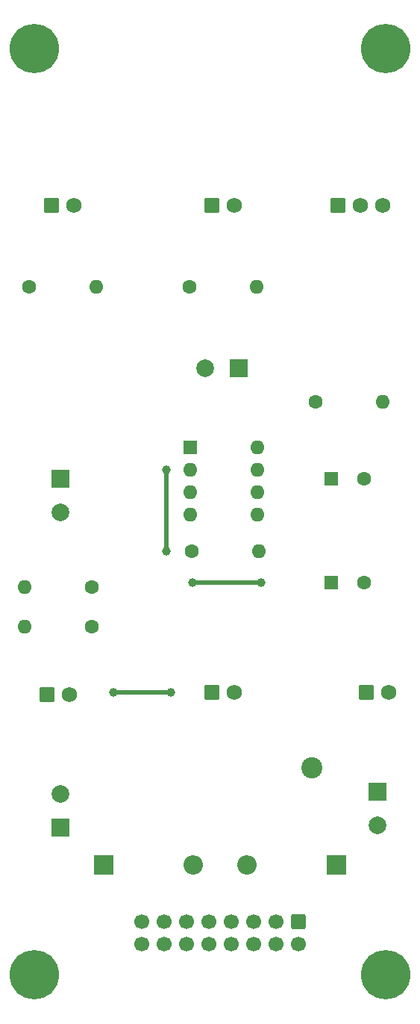
<source format=gbr>
%TF.GenerationSoftware,KiCad,Pcbnew,(6.0.7)*%
%TF.CreationDate,2023-01-30T14:02:46-05:00*%
%TF.ProjectId,METRONOME,4d455452-4f4e-44f4-9d45-2e6b69636164,rev?*%
%TF.SameCoordinates,Original*%
%TF.FileFunction,Copper,L1,Top*%
%TF.FilePolarity,Positive*%
%FSLAX46Y46*%
G04 Gerber Fmt 4.6, Leading zero omitted, Abs format (unit mm)*
G04 Created by KiCad (PCBNEW (6.0.7)) date 2023-01-30 14:02:46*
%MOMM*%
%LPD*%
G01*
G04 APERTURE LIST*
G04 Aperture macros list*
%AMRoundRect*
0 Rectangle with rounded corners*
0 $1 Rounding radius*
0 $2 $3 $4 $5 $6 $7 $8 $9 X,Y pos of 4 corners*
0 Add a 4 corners polygon primitive as box body*
4,1,4,$2,$3,$4,$5,$6,$7,$8,$9,$2,$3,0*
0 Add four circle primitives for the rounded corners*
1,1,$1+$1,$2,$3*
1,1,$1+$1,$4,$5*
1,1,$1+$1,$6,$7*
1,1,$1+$1,$8,$9*
0 Add four rect primitives between the rounded corners*
20,1,$1+$1,$2,$3,$4,$5,0*
20,1,$1+$1,$4,$5,$6,$7,0*
20,1,$1+$1,$6,$7,$8,$9,0*
20,1,$1+$1,$8,$9,$2,$3,0*%
G04 Aperture macros list end*
%TA.AperFunction,ComponentPad*%
%ADD10C,5.600000*%
%TD*%
%TA.AperFunction,ComponentPad*%
%ADD11C,2.400000*%
%TD*%
%TA.AperFunction,ComponentPad*%
%ADD12RoundRect,0.250000X-0.620000X-0.620000X0.620000X-0.620000X0.620000X0.620000X-0.620000X0.620000X0*%
%TD*%
%TA.AperFunction,ComponentPad*%
%ADD13C,1.740000*%
%TD*%
%TA.AperFunction,ComponentPad*%
%ADD14R,1.600000X1.600000*%
%TD*%
%TA.AperFunction,ComponentPad*%
%ADD15C,1.600000*%
%TD*%
%TA.AperFunction,ComponentPad*%
%ADD16O,1.600000X1.600000*%
%TD*%
%TA.AperFunction,ComponentPad*%
%ADD17R,2.000000X2.000000*%
%TD*%
%TA.AperFunction,ComponentPad*%
%ADD18C,2.000000*%
%TD*%
%TA.AperFunction,ComponentPad*%
%ADD19R,2.200000X2.200000*%
%TD*%
%TA.AperFunction,ComponentPad*%
%ADD20O,2.200000X2.200000*%
%TD*%
%TA.AperFunction,ComponentPad*%
%ADD21RoundRect,0.250000X-0.600000X0.600000X-0.600000X-0.600000X0.600000X-0.600000X0.600000X0.600000X0*%
%TD*%
%TA.AperFunction,ComponentPad*%
%ADD22C,1.700000*%
%TD*%
%TA.AperFunction,ViaPad*%
%ADD23C,1.000000*%
%TD*%
%TA.AperFunction,Conductor*%
%ADD24C,0.500000*%
%TD*%
G04 APERTURE END LIST*
D10*
%TO.P,H2,1*%
%TO.N,N/C*%
X144920000Y-43500000D03*
%TD*%
D11*
%TO.P,-12V,1,1*%
%TO.N,Net-(C10-Pad2)*%
X136500000Y-125000000D03*
%TD*%
D12*
%TO.P,J2,1,Pin_1*%
%TO.N,VCC*%
X125230000Y-61250000D03*
D13*
%TO.P,J2,2,Pin_2*%
%TO.N,Net-(J2-Pad2)*%
X127770000Y-61250000D03*
%TD*%
D14*
%TO.P,C2,1*%
%TO.N,Earth*%
X138697349Y-104000000D03*
D15*
%TO.P,C2,2*%
%TO.N,Net-(C1-Pad2)*%
X142497349Y-104000000D03*
%TD*%
%TO.P,R4,1*%
%TO.N,Net-(C4-Pad2)*%
X111560000Y-109000000D03*
D16*
%TO.P,R4,2*%
%TO.N,Net-(J1-Pad1)*%
X103940000Y-109000000D03*
%TD*%
D15*
%TO.P,R1,1*%
%TO.N,Net-(C1-Pad1)*%
X122940000Y-100500000D03*
D16*
%TO.P,R1,2*%
%TO.N,Net-(R1-Pad2)*%
X130560000Y-100500000D03*
%TD*%
D17*
%TO.P,C3,1*%
%TO.N,VCC*%
X128267677Y-79750000D03*
D18*
%TO.P,C3,2*%
%TO.N,Earth*%
X124467677Y-79750000D03*
%TD*%
D17*
%TO.P,C10,1*%
%TO.N,Earth*%
X144000000Y-127732323D03*
D18*
%TO.P,C10,2*%
%TO.N,Net-(C10-Pad2)*%
X144000000Y-131532323D03*
%TD*%
D17*
%TO.P,C9,1*%
%TO.N,VCC*%
X108000000Y-131767677D03*
D18*
%TO.P,C9,2*%
%TO.N,Earth*%
X108000000Y-127967677D03*
%TD*%
D15*
%TO.P,R5,1*%
%TO.N,Earth*%
X104440000Y-70500000D03*
D16*
%TO.P,R5,2*%
%TO.N,Net-(J8-Pad2)*%
X112060000Y-70500000D03*
%TD*%
D19*
%TO.P,D4,1,K*%
%TO.N,-12V*%
X139330000Y-136000000D03*
D20*
%TO.P,D4,2,A*%
%TO.N,Net-(C10-Pad2)*%
X129170000Y-136000000D03*
%TD*%
D12*
%TO.P,J6,1,Pin_1*%
%TO.N,Net-(J6-Pad1)*%
X142750000Y-116500000D03*
D13*
%TO.P,J6,2,Pin_2*%
%TO.N,Earth*%
X145290000Y-116500000D03*
%TD*%
D19*
%TO.P,D3,1,K*%
%TO.N,VCC*%
X112920000Y-136000000D03*
D20*
%TO.P,D3,2,A*%
%TO.N,+12V*%
X123080000Y-136000000D03*
%TD*%
D12*
%TO.P,R3,1,Pin_1*%
%TO.N,Net-(R1-Pad2)*%
X139460000Y-61250000D03*
D13*
%TO.P,R3,2,Pin_2*%
X142000000Y-61250000D03*
%TO.P,R3,3,Pin_3*%
%TO.N,Net-(R2-Pad2)*%
X144540000Y-61250000D03*
%TD*%
D12*
%TO.P,J8,1,Pin_1*%
%TO.N,VCC*%
X106980000Y-61250000D03*
D13*
%TO.P,J8,2,Pin_2*%
%TO.N,Net-(J8-Pad2)*%
X109520000Y-61250000D03*
%TD*%
D14*
%TO.P,U1,1,GND*%
%TO.N,Earth*%
X122700000Y-88700000D03*
D16*
%TO.P,U1,2,TR*%
%TO.N,Net-(C1-Pad1)*%
X122700000Y-91240000D03*
%TO.P,U1,3,Q*%
%TO.N,Net-(C4-Pad1)*%
X122700000Y-93780000D03*
%TO.P,U1,4,R*%
%TO.N,VCC*%
X122700000Y-96320000D03*
%TO.P,U1,5,CV*%
%TO.N,unconnected-(U1-Pad5)*%
X130320000Y-96320000D03*
%TO.P,U1,6,THR*%
%TO.N,Net-(C1-Pad1)*%
X130320000Y-93780000D03*
%TO.P,U1,7,DIS*%
%TO.N,Net-(R1-Pad2)*%
X130320000Y-91240000D03*
%TO.P,U1,8,VCC*%
%TO.N,VCC*%
X130320000Y-88700000D03*
%TD*%
D17*
%TO.P,C4,1*%
%TO.N,Net-(C4-Pad1)*%
X108000000Y-92232323D03*
D18*
%TO.P,C4,2*%
%TO.N,Net-(C4-Pad2)*%
X108000000Y-96032323D03*
%TD*%
D15*
%TO.P,R6,1*%
%TO.N,Earth*%
X111560000Y-104500000D03*
D16*
%TO.P,R6,2*%
%TO.N,Net-(J1-Pad1)*%
X103940000Y-104500000D03*
%TD*%
D15*
%TO.P,R7,1*%
%TO.N,Net-(C4-Pad1)*%
X122690000Y-70500000D03*
D16*
%TO.P,R7,2*%
%TO.N,Net-(J2-Pad2)*%
X130310000Y-70500000D03*
%TD*%
D21*
%TO.P,J3,1,Pin_1*%
%TO.N,-12V*%
X135000000Y-142460000D03*
D22*
%TO.P,J3,2,Pin_2*%
X135000000Y-145000000D03*
%TO.P,J3,3,Pin_3*%
%TO.N,Earth*%
X132460000Y-142460000D03*
%TO.P,J3,4,Pin_4*%
X132460000Y-145000000D03*
%TO.P,J3,5,Pin_5*%
X129920000Y-142460000D03*
%TO.P,J3,6,Pin_6*%
X129920000Y-145000000D03*
%TO.P,J3,7,Pin_7*%
X127380000Y-142460000D03*
%TO.P,J3,8,Pin_8*%
X127380000Y-145000000D03*
%TO.P,J3,9,Pin_9*%
%TO.N,+12V*%
X124840000Y-142460000D03*
%TO.P,J3,10,Pin_10*%
X124840000Y-145000000D03*
%TO.P,J3,11,Pin_11*%
%TO.N,+5V*%
X122300000Y-142460000D03*
%TO.P,J3,12,Pin_12*%
X122300000Y-145000000D03*
%TO.P,J3,13,Pin_13*%
%TO.N,CV*%
X119760000Y-142460000D03*
%TO.P,J3,14,Pin_14*%
X119760000Y-145000000D03*
%TO.P,J3,15,Pin_15*%
%TO.N,GATE*%
X117220000Y-142460000D03*
%TO.P,J3,16,Pin_16*%
X117220000Y-145000000D03*
%TD*%
D10*
%TO.P,H4,1*%
%TO.N,N/C*%
X144920000Y-148500000D03*
%TD*%
%TO.P,H1,1*%
%TO.N,N/C*%
X105080000Y-43500000D03*
%TD*%
D14*
%TO.P,C1,1*%
%TO.N,Net-(C1-Pad1)*%
X138697349Y-92250000D03*
D15*
%TO.P,C1,2*%
%TO.N,Net-(C1-Pad2)*%
X142497349Y-92250000D03*
%TD*%
%TO.P,R2,1*%
%TO.N,VCC*%
X136940000Y-83500000D03*
D16*
%TO.P,R2,2*%
%TO.N,Net-(R2-Pad2)*%
X144560000Y-83500000D03*
%TD*%
D12*
%TO.P,S1,1,Pin_1*%
%TO.N,Net-(C4-Pad2)*%
X125230000Y-116500000D03*
D13*
%TO.P,S1,2,Pin_2*%
%TO.N,Net-(J6-Pad1)*%
X127770000Y-116500000D03*
%TD*%
D10*
%TO.P,H3,1*%
%TO.N,N/C*%
X105080000Y-148500000D03*
%TD*%
D12*
%TO.P,J1,1,Pin_1*%
%TO.N,Net-(J1-Pad1)*%
X106460000Y-116750000D03*
D13*
%TO.P,J1,2,Pin_2*%
%TO.N,Earth*%
X109000000Y-116750000D03*
%TD*%
D23*
%TO.N,Net-(C4-Pad2)*%
X120500000Y-116500000D03*
X114000000Y-116500000D03*
%TO.N,Net-(C1-Pad1)*%
X123000000Y-104000000D03*
X120000000Y-100500000D03*
X120000000Y-91250000D03*
X130750000Y-104000000D03*
%TD*%
D24*
%TO.N,Net-(C4-Pad2)*%
X120500000Y-116500000D02*
X114000000Y-116500000D01*
%TO.N,Net-(C1-Pad1)*%
X120000000Y-91250000D02*
X120000000Y-100500000D01*
X130750000Y-104000000D02*
X123000000Y-104000000D01*
%TD*%
M02*

</source>
